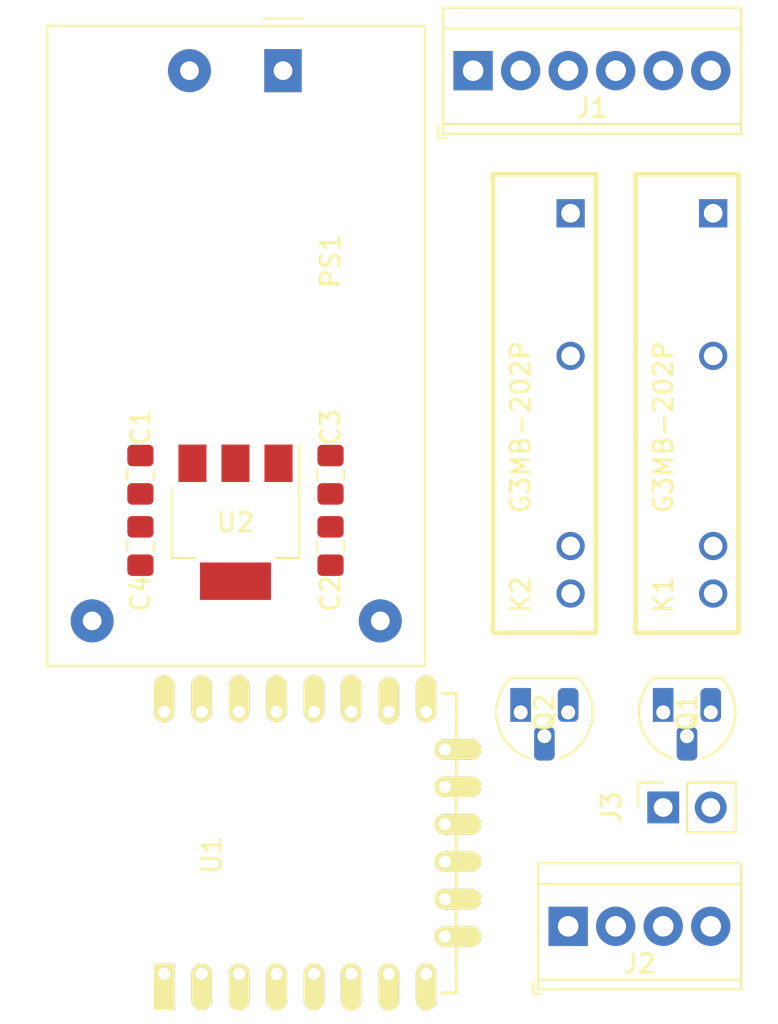
<source format=kicad_pcb>
(kicad_pcb (version 20171130) (host pcbnew "(5.1.4-0)")

  (general
    (thickness 1.6)
    (drawings 0)
    (tracks 0)
    (zones 0)
    (modules 14)
    (nets 14)
  )

  (page A4)
  (layers
    (0 F.Cu signal)
    (31 B.Cu signal)
    (32 B.Adhes user)
    (33 F.Adhes user)
    (34 B.Paste user)
    (35 F.Paste user)
    (36 B.SilkS user)
    (37 F.SilkS user)
    (38 B.Mask user)
    (39 F.Mask user)
    (40 Dwgs.User user)
    (41 Cmts.User user)
    (42 Eco1.User user)
    (43 Eco2.User user)
    (44 Edge.Cuts user)
    (45 Margin user)
    (46 B.CrtYd user)
    (47 F.CrtYd user)
    (48 B.Fab user)
    (49 F.Fab user)
  )

  (setup
    (last_trace_width 0.25)
    (trace_clearance 0.2)
    (zone_clearance 0.508)
    (zone_45_only no)
    (trace_min 0.2)
    (via_size 0.8)
    (via_drill 0.4)
    (via_min_size 0.4)
    (via_min_drill 0.3)
    (uvia_size 0.3)
    (uvia_drill 0.1)
    (uvias_allowed no)
    (uvia_min_size 0.2)
    (uvia_min_drill 0.1)
    (edge_width 0.05)
    (segment_width 0.2)
    (pcb_text_width 0.3)
    (pcb_text_size 1.5 1.5)
    (mod_edge_width 0.12)
    (mod_text_size 1 1)
    (mod_text_width 0.15)
    (pad_size 1.524 1.524)
    (pad_drill 0.762)
    (pad_to_mask_clearance 0.051)
    (solder_mask_min_width 0.25)
    (aux_axis_origin 0 0)
    (visible_elements FFFFFF7F)
    (pcbplotparams
      (layerselection 0x010fc_ffffffff)
      (usegerberextensions false)
      (usegerberattributes false)
      (usegerberadvancedattributes false)
      (creategerberjobfile false)
      (excludeedgelayer true)
      (linewidth 0.100000)
      (plotframeref false)
      (viasonmask false)
      (mode 1)
      (useauxorigin false)
      (hpglpennumber 1)
      (hpglpenspeed 20)
      (hpglpendiameter 15.000000)
      (psnegative false)
      (psa4output false)
      (plotreference true)
      (plotvalue true)
      (plotinvisibletext false)
      (padsonsilk false)
      (subtractmaskfromsilk false)
      (outputformat 1)
      (mirror false)
      (drillshape 1)
      (scaleselection 1)
      (outputdirectory ""))
  )

  (net 0 "")
  (net 1 "Net-(J1-Pad1)")
  (net 2 AC)
  (net 3 GNDREF)
  (net 4 "Net-(J1-Pad5)")
  (net 5 "Net-(J2-Pad1)")
  (net 6 GND)
  (net 7 "Net-(J2-Pad4)")
  (net 8 "Net-(K1-Pad4)")
  (net 9 +5V)
  (net 10 "Net-(K2-Pad4)")
  (net 11 "Net-(Q1-Pad2)")
  (net 12 "Net-(Q2-Pad2)")
  (net 13 +3.3V)

  (net_class Default "This is the default net class."
    (clearance 0.2)
    (trace_width 0.25)
    (via_dia 0.8)
    (via_drill 0.4)
    (uvia_dia 0.3)
    (uvia_drill 0.1)
    (add_net +3.3V)
    (add_net +5V)
    (add_net AC)
    (add_net GND)
    (add_net GNDREF)
    (add_net "Net-(J1-Pad1)")
    (add_net "Net-(J1-Pad5)")
    (add_net "Net-(J2-Pad1)")
    (add_net "Net-(J2-Pad4)")
    (add_net "Net-(K1-Pad4)")
    (add_net "Net-(K2-Pad4)")
    (add_net "Net-(Q1-Pad2)")
    (add_net "Net-(Q2-Pad2)")
  )

  (module TerminalBlock_TE-Connectivity:TerminalBlock_TE_282834-6_1x06_P2.54mm_Horizontal (layer F.Cu) (tedit 5B1EC513) (tstamp 5E29202A)
    (at 146.05 16.51)
    (descr "Terminal Block TE 282834-6, 6 pins, pitch 2.54mm, size 15.7x6.5mm^2, drill diamater 1.1mm, pad diameter 2.1mm, see http://www.te.com/commerce/DocumentDelivery/DDEController?Action=showdoc&DocId=Customer+Drawing%7F282834%7FC1%7Fpdf%7FEnglish%7FENG_CD_282834_C1.pdf, script-generated using https://github.com/pointhi/kicad-footprint-generator/scripts/TerminalBlock_TE-Connectivity")
    (tags "THT Terminal Block TE 282834-6 pitch 2.54mm size 15.7x6.5mm^2 drill 1.1mm pad 2.1mm")
    (path /5E28CA25)
    (fp_text reference J1 (at 6.35 2) (layer F.SilkS)
      (effects (font (size 1 1) (thickness 0.15)))
    )
    (fp_text value "230V Terminal" (at 6.35 4.37) (layer F.Fab)
      (effects (font (size 1 1) (thickness 0.15)))
    )
    (fp_circle (center 0 0) (end 1.1 0) (layer F.Fab) (width 0.1))
    (fp_circle (center 2.54 0) (end 3.64 0) (layer F.Fab) (width 0.1))
    (fp_circle (center 5.08 0) (end 6.18 0) (layer F.Fab) (width 0.1))
    (fp_circle (center 7.62 0) (end 8.72 0) (layer F.Fab) (width 0.1))
    (fp_circle (center 10.16 0) (end 11.26 0) (layer F.Fab) (width 0.1))
    (fp_circle (center 12.7 0) (end 13.8 0) (layer F.Fab) (width 0.1))
    (fp_line (start -1.5 -3.25) (end 14.2 -3.25) (layer F.Fab) (width 0.1))
    (fp_line (start 14.2 -3.25) (end 14.2 3.25) (layer F.Fab) (width 0.1))
    (fp_line (start 14.2 3.25) (end -1.1 3.25) (layer F.Fab) (width 0.1))
    (fp_line (start -1.1 3.25) (end -1.5 2.85) (layer F.Fab) (width 0.1))
    (fp_line (start -1.5 2.85) (end -1.5 -3.25) (layer F.Fab) (width 0.1))
    (fp_line (start -1.5 2.85) (end 14.2 2.85) (layer F.Fab) (width 0.1))
    (fp_line (start -1.62 2.85) (end 14.32 2.85) (layer F.SilkS) (width 0.12))
    (fp_line (start -1.5 -2.25) (end 14.2 -2.25) (layer F.Fab) (width 0.1))
    (fp_line (start -1.62 -2.25) (end 14.32 -2.25) (layer F.SilkS) (width 0.12))
    (fp_line (start -1.62 -3.37) (end 14.32 -3.37) (layer F.SilkS) (width 0.12))
    (fp_line (start -1.62 3.37) (end 14.32 3.37) (layer F.SilkS) (width 0.12))
    (fp_line (start -1.62 -3.37) (end -1.62 3.37) (layer F.SilkS) (width 0.12))
    (fp_line (start 14.32 -3.37) (end 14.32 3.37) (layer F.SilkS) (width 0.12))
    (fp_line (start 0.835 -0.7) (end -0.701 0.835) (layer F.Fab) (width 0.1))
    (fp_line (start 0.701 -0.835) (end -0.835 0.7) (layer F.Fab) (width 0.1))
    (fp_line (start 3.375 -0.7) (end 1.84 0.835) (layer F.Fab) (width 0.1))
    (fp_line (start 3.241 -0.835) (end 1.706 0.7) (layer F.Fab) (width 0.1))
    (fp_line (start 5.915 -0.7) (end 4.38 0.835) (layer F.Fab) (width 0.1))
    (fp_line (start 5.781 -0.835) (end 4.246 0.7) (layer F.Fab) (width 0.1))
    (fp_line (start 8.455 -0.7) (end 6.92 0.835) (layer F.Fab) (width 0.1))
    (fp_line (start 8.321 -0.835) (end 6.786 0.7) (layer F.Fab) (width 0.1))
    (fp_line (start 10.995 -0.7) (end 9.46 0.835) (layer F.Fab) (width 0.1))
    (fp_line (start 10.861 -0.835) (end 9.326 0.7) (layer F.Fab) (width 0.1))
    (fp_line (start 13.535 -0.7) (end 12 0.835) (layer F.Fab) (width 0.1))
    (fp_line (start 13.401 -0.835) (end 11.866 0.7) (layer F.Fab) (width 0.1))
    (fp_line (start -1.86 2.97) (end -1.86 3.61) (layer F.SilkS) (width 0.12))
    (fp_line (start -1.86 3.61) (end -1.46 3.61) (layer F.SilkS) (width 0.12))
    (fp_line (start -2 -3.75) (end -2 3.75) (layer F.CrtYd) (width 0.05))
    (fp_line (start -2 3.75) (end 14.7 3.75) (layer F.CrtYd) (width 0.05))
    (fp_line (start 14.7 3.75) (end 14.7 -3.75) (layer F.CrtYd) (width 0.05))
    (fp_line (start 14.7 -3.75) (end -2 -3.75) (layer F.CrtYd) (width 0.05))
    (fp_text user %R (at 6.35 2) (layer F.Fab)
      (effects (font (size 1 1) (thickness 0.15)))
    )
    (pad 1 thru_hole rect (at 0 0) (size 2.1 2.1) (drill 1.1) (layers *.Cu *.Mask)
      (net 1 "Net-(J1-Pad1)"))
    (pad 2 thru_hole circle (at 2.54 0) (size 2.1 2.1) (drill 1.1) (layers *.Cu *.Mask)
      (net 2 AC))
    (pad 3 thru_hole circle (at 5.08 0) (size 2.1 2.1) (drill 1.1) (layers *.Cu *.Mask)
      (net 3 GNDREF))
    (pad 4 thru_hole circle (at 7.62 0) (size 2.1 2.1) (drill 1.1) (layers *.Cu *.Mask)
      (net 2 AC))
    (pad 5 thru_hole circle (at 10.16 0) (size 2.1 2.1) (drill 1.1) (layers *.Cu *.Mask)
      (net 4 "Net-(J1-Pad5)"))
    (pad 6 thru_hole circle (at 12.7 0) (size 2.1 2.1) (drill 1.1) (layers *.Cu *.Mask)
      (net 2 AC))
    (model ${KISYS3DMOD}/TerminalBlock_TE-Connectivity.3dshapes/TerminalBlock_TE_282834-6_1x06_P2.54mm_Horizontal.wrl
      (at (xyz 0 0 0))
      (scale (xyz 1 1 1))
      (rotate (xyz 0 0 0))
    )
  )

  (module TerminalBlock_TE-Connectivity:TerminalBlock_TE_282834-4_1x04_P2.54mm_Horizontal (layer F.Cu) (tedit 5B1EC513) (tstamp 5E292052)
    (at 151.13 62.23)
    (descr "Terminal Block TE 282834-4, 4 pins, pitch 2.54mm, size 10.620000000000001x6.5mm^2, drill diamater 1.1mm, pad diameter 2.1mm, see http://www.te.com/commerce/DocumentDelivery/DDEController?Action=showdoc&DocId=Customer+Drawing%7F282834%7FC1%7Fpdf%7FEnglish%7FENG_CD_282834_C1.pdf, script-generated using https://github.com/pointhi/kicad-footprint-generator/scripts/TerminalBlock_TE-Connectivity")
    (tags "THT Terminal Block TE 282834-4 pitch 2.54mm size 10.620000000000001x6.5mm^2 drill 1.1mm pad 2.1mm")
    (path /5E2BD1B7)
    (fp_text reference J2 (at 3.81 2) (layer F.SilkS)
      (effects (font (size 1 1) (thickness 0.15)))
    )
    (fp_text value "Switch Terminal" (at 3.81 4.37) (layer F.Fab)
      (effects (font (size 1 1) (thickness 0.15)))
    )
    (fp_circle (center 0 0) (end 1.1 0) (layer F.Fab) (width 0.1))
    (fp_circle (center 2.54 0) (end 3.64 0) (layer F.Fab) (width 0.1))
    (fp_circle (center 5.08 0) (end 6.18 0) (layer F.Fab) (width 0.1))
    (fp_circle (center 7.62 0) (end 8.72 0) (layer F.Fab) (width 0.1))
    (fp_line (start -1.5 -3.25) (end 9.12 -3.25) (layer F.Fab) (width 0.1))
    (fp_line (start 9.12 -3.25) (end 9.12 3.25) (layer F.Fab) (width 0.1))
    (fp_line (start 9.12 3.25) (end -1.1 3.25) (layer F.Fab) (width 0.1))
    (fp_line (start -1.1 3.25) (end -1.5 2.85) (layer F.Fab) (width 0.1))
    (fp_line (start -1.5 2.85) (end -1.5 -3.25) (layer F.Fab) (width 0.1))
    (fp_line (start -1.5 2.85) (end 9.12 2.85) (layer F.Fab) (width 0.1))
    (fp_line (start -1.62 2.85) (end 9.241 2.85) (layer F.SilkS) (width 0.12))
    (fp_line (start -1.5 -2.25) (end 9.12 -2.25) (layer F.Fab) (width 0.1))
    (fp_line (start -1.62 -2.25) (end 9.241 -2.25) (layer F.SilkS) (width 0.12))
    (fp_line (start -1.62 -3.37) (end 9.241 -3.37) (layer F.SilkS) (width 0.12))
    (fp_line (start -1.62 3.37) (end 9.241 3.37) (layer F.SilkS) (width 0.12))
    (fp_line (start -1.62 -3.37) (end -1.62 3.37) (layer F.SilkS) (width 0.12))
    (fp_line (start 9.241 -3.37) (end 9.241 3.37) (layer F.SilkS) (width 0.12))
    (fp_line (start 0.835 -0.7) (end -0.701 0.835) (layer F.Fab) (width 0.1))
    (fp_line (start 0.701 -0.835) (end -0.835 0.7) (layer F.Fab) (width 0.1))
    (fp_line (start 3.375 -0.7) (end 1.84 0.835) (layer F.Fab) (width 0.1))
    (fp_line (start 3.241 -0.835) (end 1.706 0.7) (layer F.Fab) (width 0.1))
    (fp_line (start 5.915 -0.7) (end 4.38 0.835) (layer F.Fab) (width 0.1))
    (fp_line (start 5.781 -0.835) (end 4.246 0.7) (layer F.Fab) (width 0.1))
    (fp_line (start 8.455 -0.7) (end 6.92 0.835) (layer F.Fab) (width 0.1))
    (fp_line (start 8.321 -0.835) (end 6.786 0.7) (layer F.Fab) (width 0.1))
    (fp_line (start -1.86 2.97) (end -1.86 3.61) (layer F.SilkS) (width 0.12))
    (fp_line (start -1.86 3.61) (end -1.46 3.61) (layer F.SilkS) (width 0.12))
    (fp_line (start -2 -3.75) (end -2 3.75) (layer F.CrtYd) (width 0.05))
    (fp_line (start -2 3.75) (end 9.63 3.75) (layer F.CrtYd) (width 0.05))
    (fp_line (start 9.63 3.75) (end 9.63 -3.75) (layer F.CrtYd) (width 0.05))
    (fp_line (start 9.63 -3.75) (end -2 -3.75) (layer F.CrtYd) (width 0.05))
    (fp_text user %R (at 3.81 2) (layer F.Fab)
      (effects (font (size 1 1) (thickness 0.15)))
    )
    (pad 1 thru_hole rect (at 0 0) (size 2.1 2.1) (drill 1.1) (layers *.Cu *.Mask)
      (net 5 "Net-(J2-Pad1)"))
    (pad 2 thru_hole circle (at 2.54 0) (size 2.1 2.1) (drill 1.1) (layers *.Cu *.Mask)
      (net 6 GND))
    (pad 3 thru_hole circle (at 5.08 0) (size 2.1 2.1) (drill 1.1) (layers *.Cu *.Mask)
      (net 6 GND))
    (pad 4 thru_hole circle (at 7.62 0) (size 2.1 2.1) (drill 1.1) (layers *.Cu *.Mask)
      (net 7 "Net-(J2-Pad4)"))
    (model ${KISYS3DMOD}/TerminalBlock_TE-Connectivity.3dshapes/TerminalBlock_TE_282834-4_1x04_P2.54mm_Horizontal.wrl
      (at (xyz 0 0 0))
      (scale (xyz 1 1 1))
      (rotate (xyz 0 0 0))
    )
  )

  (module G3MB-202P:RELAY_G3MB-202P (layer F.Cu) (tedit 0) (tstamp 5E295AA1)
    (at 157.48 34.29 90)
    (path /5E27F507)
    (fp_text reference K1 (at -10.2192 -1.27 90) (layer F.SilkS)
      (effects (font (size 1.00091 1.00091) (thickness 0.15)))
    )
    (fp_text value G3MB-202P (at -1.27 -1.27 90) (layer F.SilkS)
      (effects (font (size 1.00069 1.00069) (thickness 0.15)))
    )
    (fp_line (start -12.25 2.75) (end 12.25 2.75) (layer F.SilkS) (width 0.254))
    (fp_line (start 12.25 2.75) (end 12.25 -2.75) (layer F.SilkS) (width 0.254))
    (fp_line (start 12.25 -2.75) (end -12.25 -2.75) (layer F.SilkS) (width 0.254))
    (fp_line (start -12.25 -2.75) (end -12.25 2.75) (layer F.SilkS) (width 0.254))
    (fp_line (start -12.75 -3.25) (end 12.75 -3.25) (layer Eco1.User) (width 0.127))
    (fp_line (start 12.75 -3.25) (end 12.75 3.25) (layer Eco1.User) (width 0.127))
    (fp_line (start 12.75 3.25) (end -12.75 3.25) (layer Eco1.User) (width 0.127))
    (fp_line (start -12.75 3.25) (end -12.75 -3.25) (layer Eco1.User) (width 0.127))
    (pad 4 thru_hole circle (at -10.16 1.4 90) (size 1.508 1.508) (drill 1) (layers *.Cu *.Mask)
      (net 8 "Net-(K1-Pad4)"))
    (pad 3 thru_hole circle (at -7.62 1.4 90) (size 1.508 1.508) (drill 1) (layers *.Cu *.Mask)
      (net 9 +5V))
    (pad 2 thru_hole circle (at 2.54 1.4 90) (size 1.508 1.508) (drill 1) (layers *.Cu *.Mask)
      (net 3 GNDREF))
    (pad 1 thru_hole rect (at 10.16 1.4 90) (size 1.508 1.508) (drill 1) (layers *.Cu *.Mask)
      (net 1 "Net-(J1-Pad1)"))
  )

  (module G3MB-202P:RELAY_G3MB-202P (layer F.Cu) (tedit 0) (tstamp 5E292072)
    (at 149.86 34.29 90)
    (path /5E2AE79F)
    (fp_text reference K2 (at -10.2192 -1.27 90) (layer F.SilkS)
      (effects (font (size 1.00091 1.00091) (thickness 0.15)))
    )
    (fp_text value G3MB-202P (at -1.27 -1.27 90) (layer F.SilkS)
      (effects (font (size 1.00069 1.00069) (thickness 0.15)))
    )
    (fp_line (start -12.75 3.25) (end -12.75 -3.25) (layer Eco1.User) (width 0.127))
    (fp_line (start 12.75 3.25) (end -12.75 3.25) (layer Eco1.User) (width 0.127))
    (fp_line (start 12.75 -3.25) (end 12.75 3.25) (layer Eco1.User) (width 0.127))
    (fp_line (start -12.75 -3.25) (end 12.75 -3.25) (layer Eco1.User) (width 0.127))
    (fp_line (start -12.25 -2.75) (end -12.25 2.75) (layer F.SilkS) (width 0.254))
    (fp_line (start 12.25 -2.75) (end -12.25 -2.75) (layer F.SilkS) (width 0.254))
    (fp_line (start 12.25 2.75) (end 12.25 -2.75) (layer F.SilkS) (width 0.254))
    (fp_line (start -12.25 2.75) (end 12.25 2.75) (layer F.SilkS) (width 0.254))
    (pad 1 thru_hole rect (at 10.16 1.4 90) (size 1.508 1.508) (drill 1) (layers *.Cu *.Mask)
      (net 4 "Net-(J1-Pad5)"))
    (pad 2 thru_hole circle (at 2.54 1.4 90) (size 1.508 1.508) (drill 1) (layers *.Cu *.Mask)
      (net 3 GNDREF))
    (pad 3 thru_hole circle (at -7.62 1.4 90) (size 1.508 1.508) (drill 1) (layers *.Cu *.Mask)
      (net 9 +5V))
    (pad 4 thru_hole circle (at -10.16 1.4 90) (size 1.508 1.508) (drill 1) (layers *.Cu *.Mask)
      (net 10 "Net-(K2-Pad4)"))
  )

  (module Converter_ACDC:Converter_ACDC_HiLink_HLK-PMxx (layer F.Cu) (tedit 5E2230A2) (tstamp 5E295473)
    (at 135.89 16.51 270)
    (descr "ACDC-Converter, 3W, HiLink, HLK-PMxx, THT, http://www.hlktech.net/product_detail.php?ProId=54")
    (tags "ACDC-Converter 3W THT HiLink board mount module")
    (path /5E28E4CF)
    (fp_text reference PS1 (at 10.16 -2.54 270) (layer F.SilkS)
      (effects (font (size 1 1) (thickness 0.15)))
    )
    (fp_text value HLK-PM01 (at 10.16 0 90) (layer F.Fab)
      (effects (font (size 1 1) (thickness 0.15)))
    )
    (fp_line (start -2.3 12.5) (end 31.7 12.5) (layer F.Fab) (width 0.1))
    (fp_line (start 31.7 12.5) (end 31.7 -7.5) (layer F.Fab) (width 0.1))
    (fp_line (start -2.3 12.5) (end -2.3 0.99) (layer F.Fab) (width 0.1))
    (fp_line (start -2.3 -7.5) (end 31.7 -7.5) (layer F.Fab) (width 0.1))
    (fp_text user %R (at 10.16 -2.54 90) (layer F.Fab)
      (effects (font (size 1 1) (thickness 0.15)))
    )
    (fp_line (start -1.29 0) (end -2.29 1) (layer F.Fab) (width 0.1))
    (fp_line (start -2.29 -1) (end -1.29 0) (layer F.Fab) (width 0.1))
    (fp_line (start -2.3 -1) (end -2.3 -7.5) (layer F.Fab) (width 0.1))
    (fp_line (start -2.55 12.75) (end 31.95 12.75) (layer F.CrtYd) (width 0.05))
    (fp_line (start 31.95 12.75) (end 31.95 -7.75) (layer F.CrtYd) (width 0.05))
    (fp_line (start 31.95 -7.75) (end -2.55 -7.75) (layer F.CrtYd) (width 0.05))
    (fp_line (start -2.55 -7.75) (end -2.55 12.75) (layer F.CrtYd) (width 0.05))
    (fp_line (start -2.4 -7.6) (end -2.4 12.6) (layer F.SilkS) (width 0.12))
    (fp_line (start -2.4 12.6) (end 31.8 12.6) (layer F.SilkS) (width 0.12))
    (fp_line (start 31.8 12.6) (end 31.8 -7.6) (layer F.SilkS) (width 0.12))
    (fp_line (start 31.8 -7.6) (end -2.4 -7.6) (layer F.SilkS) (width 0.12))
    (fp_line (start -2.79 -1) (end -2.79 1.01) (layer F.SilkS) (width 0.12))
    (pad 3 thru_hole circle (at 29.4 -5.2 270) (size 2.3 2.3) (drill 1) (layers *.Cu *.Mask)
      (net 6 GND))
    (pad 1 thru_hole rect (at 0 0 270) (size 2.3 2) (drill 1) (layers *.Cu *.Mask)
      (net 2 AC))
    (pad 2 thru_hole circle (at 0 5 270) (size 2.3 2.3) (drill 1) (layers *.Cu *.Mask)
      (net 3 GNDREF))
    (pad 4 thru_hole circle (at 29.4 10.2 270) (size 2.3 2.3) (drill 1) (layers *.Cu *.Mask)
      (net 9 +5V))
    (model ${KISYS3DMOD}/Converter_ACDC.3dshapes/Converter_ACDC_HiLink_HLK-PMxx.wrl
      (offset (xyz 14.7 -2.5 0))
      (scale (xyz 1 1 1))
      (rotate (xyz 0 0 0))
    )
  )

  (module ESP8266:ESP-12E (layer F.Cu) (tedit 58B47889) (tstamp 5E2952D4)
    (at 129.54 64.77 90)
    (descr "Module, ESP-8266, ESP-12, 16 pad, SMD")
    (tags "Module ESP-8266 ESP8266")
    (path /5E278A28)
    (fp_text reference U1 (at 6.35 2.54 90) (layer F.SilkS)
      (effects (font (size 1 1) (thickness 0.15)))
    )
    (fp_text value ESP-12E (at 6.35 6.35 90) (layer F.Fab) hide
      (effects (font (size 1 1) (thickness 0.15)))
    )
    (fp_line (start -2.25 -0.5) (end -2.25 -8.75) (layer F.CrtYd) (width 0.05))
    (fp_line (start -2.25 -8.75) (end 15.25 -8.75) (layer F.CrtYd) (width 0.05))
    (fp_line (start 15.25 -8.75) (end 16.25 -8.75) (layer F.CrtYd) (width 0.05))
    (fp_line (start 16.25 -8.75) (end 16.25 16) (layer F.CrtYd) (width 0.05))
    (fp_line (start 16.25 16) (end -2.25 16) (layer F.CrtYd) (width 0.05))
    (fp_line (start -2.25 16) (end -2.25 -0.5) (layer F.CrtYd) (width 0.05))
    (fp_line (start -1.016 -8.382) (end 14.986 -8.382) (layer F.CrtYd) (width 0.1524))
    (fp_line (start 14.986 -8.382) (end 14.986 -0.889) (layer F.CrtYd) (width 0.1524))
    (fp_line (start -1.016 -8.382) (end -1.016 -1.016) (layer F.CrtYd) (width 0.1524))
    (fp_line (start -1.016 14.859) (end -1.016 15.621) (layer F.SilkS) (width 0.1524))
    (fp_line (start -1.016 15.621) (end 14.986 15.621) (layer F.SilkS) (width 0.1524))
    (fp_line (start 14.986 15.621) (end 14.986 14.859) (layer F.SilkS) (width 0.1524))
    (fp_line (start 14.992 -8.4) (end -1.008 -2.6) (layer F.CrtYd) (width 0.1524))
    (fp_line (start -1.008 -8.4) (end 14.992 -2.6) (layer F.CrtYd) (width 0.1524))
    (fp_text user "No Copper" (at 6.892 -5.4 90) (layer F.CrtYd)
      (effects (font (size 1 1) (thickness 0.15)))
    )
    (fp_line (start -1.008 -2.6) (end 14.992 -2.6) (layer F.CrtYd) (width 0.1524))
    (fp_line (start 15 -8.4) (end 15 15.6) (layer F.Fab) (width 0.05))
    (fp_line (start 14.992 15.6) (end -1.008 15.6) (layer F.Fab) (width 0.05))
    (fp_line (start -1.008 15.6) (end -1.008 -8.4) (layer F.Fab) (width 0.05))
    (fp_line (start -1.008 -8.4) (end 14.992 -8.4) (layer F.Fab) (width 0.05))
    (pad 1 thru_hole rect (at 0 0 90) (size 2.5 1.1) (drill 0.65 (offset -0.7 0)) (layers *.Cu *.Mask F.SilkS))
    (pad 2 thru_hole oval (at 0 2 90) (size 2.5 1.1) (drill 0.65 (offset -0.7 0)) (layers *.Cu *.Mask F.SilkS))
    (pad 3 thru_hole oval (at 0 4 90) (size 2.5 1.1) (drill 0.65 (offset -0.7 0)) (layers *.Cu *.Mask F.SilkS))
    (pad 4 thru_hole oval (at 0 6 90) (size 2.5 1.1) (drill 0.65 (offset -0.7 0)) (layers *.Cu *.Mask F.SilkS))
    (pad 5 thru_hole oval (at 0 8 90) (size 2.5 1.1) (drill 0.65 (offset -0.7 0)) (layers *.Cu *.Mask F.SilkS))
    (pad 6 thru_hole oval (at 0 10 90) (size 2.5 1.1) (drill 0.65 (offset -0.7 0)) (layers *.Cu *.Mask F.SilkS)
      (net 7 "Net-(J2-Pad4)"))
    (pad 7 thru_hole oval (at 0 12 90) (size 2.5 1.1) (drill 0.65 (offset -0.7 0)) (layers *.Cu *.Mask F.SilkS)
      (net 5 "Net-(J2-Pad1)"))
    (pad 8 thru_hole oval (at 0 14 90) (size 2.5 1.1) (drill 0.65 (offset -0.7 0)) (layers *.Cu *.Mask F.SilkS)
      (net 13 +3.3V))
    (pad 9 thru_hole oval (at 14 14 90) (size 2.5 1.1) (drill 0.65 (offset 0.7 0)) (layers *.Cu *.Mask F.SilkS)
      (net 6 GND))
    (pad 10 thru_hole oval (at 14 12 90) (size 2.5 1.1) (drill 0.65 (offset 0.6 0)) (layers *.Cu *.Mask F.SilkS))
    (pad 11 thru_hole oval (at 14 10 90) (size 2.5 1.1) (drill 0.65 (offset 0.7 0)) (layers *.Cu *.Mask F.SilkS))
    (pad 12 thru_hole oval (at 14 8 90) (size 2.5 1.1) (drill 0.65 (offset 0.7 0)) (layers *.Cu *.Mask F.SilkS))
    (pad 13 thru_hole oval (at 14 6 90) (size 2.5 1.1) (drill 0.65 (offset 0.7 0)) (layers *.Cu *.Mask F.SilkS)
      (net 12 "Net-(Q2-Pad2)"))
    (pad 14 thru_hole oval (at 14 4 90) (size 2.5 1.1) (drill 0.65 (offset 0.7 0)) (layers *.Cu *.Mask F.SilkS)
      (net 11 "Net-(Q1-Pad2)"))
    (pad 15 thru_hole oval (at 14 2 90) (size 2.5 1.1) (drill 0.65 (offset 0.7 0)) (layers *.Cu *.Mask F.SilkS))
    (pad 16 thru_hole oval (at 14 0 90) (size 2.5 1.1) (drill 0.65 (offset 0.7 0)) (layers *.Cu *.Mask F.SilkS))
    (pad 17 thru_hole oval (at 1.99 15 180) (size 2.5 1.1) (drill 0.65 (offset -0.7 0)) (layers *.Cu *.Mask F.SilkS))
    (pad 18 thru_hole oval (at 3.99 15 180) (size 2.5 1.1) (drill 0.65 (offset -0.7 0)) (layers *.Cu *.Mask F.SilkS))
    (pad 19 thru_hole oval (at 5.99 15 180) (size 2.5 1.1) (drill 0.65 (offset -0.7 0)) (layers *.Cu *.Mask F.SilkS))
    (pad 20 thru_hole oval (at 7.99 15 180) (size 2.5 1.1) (drill 0.65 (offset -0.7 0)) (layers *.Cu *.Mask F.SilkS))
    (pad 21 thru_hole oval (at 9.99 15 180) (size 2.5 1.1) (drill 0.65 (offset -0.7 0)) (layers *.Cu *.Mask F.SilkS))
    (pad 22 thru_hole oval (at 11.99 15 180) (size 2.5 1.1) (drill 0.65 (offset -0.7 0)) (layers *.Cu *.Mask F.SilkS))
    (model ${ESPLIB}/ESP8266.3dshapes/ESP-12E.wrl
      (at (xyz 0 0 0))
      (scale (xyz 0.3937 0.3937 0.3937))
      (rotate (xyz 0 0 0))
    )
  )

  (module Package_TO_SOT_SMD:SOT-223-3_TabPin2 (layer F.Cu) (tedit 5A02FF57) (tstamp 5E2954B8)
    (at 133.35 40.64 270)
    (descr "module CMS SOT223 4 pins")
    (tags "CMS SOT")
    (path /5E27B7A0)
    (attr smd)
    (fp_text reference U2 (at 0 0 180) (layer F.SilkS)
      (effects (font (size 1 1) (thickness 0.15)))
    )
    (fp_text value AMS1117-3.3 (at 5.49 0 180) (layer F.Fab)
      (effects (font (size 1 1) (thickness 0.15)))
    )
    (fp_text user %R (at 0 0) (layer F.Fab)
      (effects (font (size 0.8 0.8) (thickness 0.12)))
    )
    (fp_line (start 1.91 3.41) (end 1.91 2.15) (layer F.SilkS) (width 0.12))
    (fp_line (start 1.91 -3.41) (end 1.91 -2.15) (layer F.SilkS) (width 0.12))
    (fp_line (start 4.4 -3.6) (end -4.4 -3.6) (layer F.CrtYd) (width 0.05))
    (fp_line (start 4.4 3.6) (end 4.4 -3.6) (layer F.CrtYd) (width 0.05))
    (fp_line (start -4.4 3.6) (end 4.4 3.6) (layer F.CrtYd) (width 0.05))
    (fp_line (start -4.4 -3.6) (end -4.4 3.6) (layer F.CrtYd) (width 0.05))
    (fp_line (start -1.85 -2.35) (end -0.85 -3.35) (layer F.Fab) (width 0.1))
    (fp_line (start -1.85 -2.35) (end -1.85 3.35) (layer F.Fab) (width 0.1))
    (fp_line (start -1.85 3.41) (end 1.91 3.41) (layer F.SilkS) (width 0.12))
    (fp_line (start -0.85 -3.35) (end 1.85 -3.35) (layer F.Fab) (width 0.1))
    (fp_line (start -4.1 -3.41) (end 1.91 -3.41) (layer F.SilkS) (width 0.12))
    (fp_line (start -1.85 3.35) (end 1.85 3.35) (layer F.Fab) (width 0.1))
    (fp_line (start 1.85 -3.35) (end 1.85 3.35) (layer F.Fab) (width 0.1))
    (pad 2 smd rect (at 3.15 0 270) (size 2 3.8) (layers F.Cu F.Paste F.Mask)
      (net 13 +3.3V))
    (pad 2 smd rect (at -3.15 0 270) (size 2 1.5) (layers F.Cu F.Paste F.Mask)
      (net 13 +3.3V))
    (pad 3 smd rect (at -3.15 2.3 270) (size 2 1.5) (layers F.Cu F.Paste F.Mask)
      (net 9 +5V))
    (pad 1 smd rect (at -3.15 -2.3 270) (size 2 1.5) (layers F.Cu F.Paste F.Mask)
      (net 6 GND))
    (model ${KISYS3DMOD}/Package_TO_SOT_SMD.3dshapes/SOT-223.wrl
      (at (xyz 0 0 0))
      (scale (xyz 1 1 1))
      (rotate (xyz 0 0 0))
    )
  )

  (module Package_TO_SOT_THT:TO-92_HandSolder (layer F.Cu) (tedit 5E28BBBF) (tstamp 5E293463)
    (at 158.75 50.8 180)
    (descr "TO-92 leads molded, narrow, drill 0.75mm, handsoldering variant with enlarged pads (see NXP sot054_po.pdf)")
    (tags "to-92 sc-43 sc-43a sot54 PA33 transistor")
    (path /5E27E7D6)
    (fp_text reference Q1 (at 1.27 0 270) (layer F.SilkS)
      (effects (font (size 1 1) (thickness 0.15)))
    )
    (fp_text value BC547 (at -2.54 0 270) (layer F.Fab) hide
      (effects (font (size 1 1) (thickness 0.15)))
    )
    (fp_text user %R (at 1.27 0 270) (layer F.Fab)
      (effects (font (size 1 1) (thickness 0.15)))
    )
    (fp_line (start -0.53 1.85) (end 3.07 1.85) (layer F.SilkS) (width 0.12))
    (fp_line (start -0.5 1.75) (end 3 1.75) (layer F.Fab) (width 0.1))
    (fp_line (start -1.46 -3.05) (end 4 -3.05) (layer F.CrtYd) (width 0.05))
    (fp_line (start -1.45 -3.05) (end -1.46 2.01) (layer F.CrtYd) (width 0.05))
    (fp_line (start 4 2.01) (end 4 -3.05) (layer F.CrtYd) (width 0.05))
    (fp_line (start 4 2.01) (end -1.46 2.01) (layer F.CrtYd) (width 0.05))
    (fp_arc (start 1.27 0) (end 1.27 -2.48) (angle 135) (layer F.Fab) (width 0.1))
    (fp_arc (start 1.27 0) (end 0.45 -2.45) (angle -116.9632683) (layer F.SilkS) (width 0.12))
    (fp_arc (start 1.27 0) (end 1.27 -2.48) (angle -135) (layer F.Fab) (width 0.1))
    (fp_arc (start 1.27 0) (end 2.05 -2.45) (angle 117.6433766) (layer F.SilkS) (width 0.12))
    (pad 2 thru_hole roundrect (at 1.27 -1.27 180) (size 1.1 1.8) (drill 0.75 (offset 0 -0.4)) (layers *.Cu *.Mask) (roundrect_rratio 0.25)
      (net 11 "Net-(Q1-Pad2)"))
    (pad 3 thru_hole roundrect (at 0 0 180) (size 1.1 1.8) (drill 0.75 (offset 0 0.4)) (layers *.Cu *.Mask) (roundrect_rratio 0.25)
      (net 6 GND))
    (pad 1 thru_hole rect (at 2.54 0 180) (size 1.1 1.8) (drill 0.75 (offset 0 0.4)) (layers *.Cu *.Mask)
      (net 8 "Net-(K1-Pad4)"))
    (model ${KISYS3DMOD}/Package_TO_SOT_THT.3dshapes/TO-92.wrl
      (at (xyz 0 0 0))
      (scale (xyz 1 1 1))
      (rotate (xyz 0 0 0))
    )
  )

  (module Package_TO_SOT_THT:TO-92_HandSolder (layer F.Cu) (tedit 5E28BBBF) (tstamp 5E293475)
    (at 151.13 50.8 180)
    (descr "TO-92 leads molded, narrow, drill 0.75mm, handsoldering variant with enlarged pads (see NXP sot054_po.pdf)")
    (tags "to-92 sc-43 sc-43a sot54 PA33 transistor")
    (path /5E2AE795)
    (fp_text reference Q2 (at 1.27 0 270) (layer F.SilkS)
      (effects (font (size 1 1) (thickness 0.15)))
    )
    (fp_text value BC547 (at -2.54 0 270) (layer F.Fab) hide
      (effects (font (size 1 1) (thickness 0.15)))
    )
    (fp_arc (start 1.27 0) (end 2.05 -2.45) (angle 117.6433766) (layer F.SilkS) (width 0.12))
    (fp_arc (start 1.27 0) (end 1.27 -2.48) (angle -135) (layer F.Fab) (width 0.1))
    (fp_arc (start 1.27 0) (end 0.45 -2.45) (angle -116.9632683) (layer F.SilkS) (width 0.12))
    (fp_arc (start 1.27 0) (end 1.27 -2.48) (angle 135) (layer F.Fab) (width 0.1))
    (fp_line (start 4 2.01) (end -1.46 2.01) (layer F.CrtYd) (width 0.05))
    (fp_line (start 4 2.01) (end 4 -3.05) (layer F.CrtYd) (width 0.05))
    (fp_line (start -1.45 -3.05) (end -1.46 2.01) (layer F.CrtYd) (width 0.05))
    (fp_line (start -1.46 -3.05) (end 4 -3.05) (layer F.CrtYd) (width 0.05))
    (fp_line (start -0.5 1.75) (end 3 1.75) (layer F.Fab) (width 0.1))
    (fp_line (start -0.53 1.85) (end 3.07 1.85) (layer F.SilkS) (width 0.12))
    (fp_text user %R (at 1.27 0 270) (layer F.Fab)
      (effects (font (size 1 1) (thickness 0.15)))
    )
    (pad 1 thru_hole rect (at 2.54 0 180) (size 1.1 1.8) (drill 0.75 (offset 0 0.4)) (layers *.Cu *.Mask)
      (net 10 "Net-(K2-Pad4)"))
    (pad 3 thru_hole roundrect (at 0 0 180) (size 1.1 1.8) (drill 0.75 (offset 0 0.4)) (layers *.Cu *.Mask) (roundrect_rratio 0.25)
      (net 6 GND))
    (pad 2 thru_hole roundrect (at 1.27 -1.27 180) (size 1.1 1.8) (drill 0.75 (offset 0 -0.4)) (layers *.Cu *.Mask) (roundrect_rratio 0.25)
      (net 12 "Net-(Q2-Pad2)"))
    (model ${KISYS3DMOD}/Package_TO_SOT_THT.3dshapes/TO-92.wrl
      (at (xyz 0 0 0))
      (scale (xyz 1 1 1))
      (rotate (xyz 0 0 0))
    )
  )

  (module Capacitor_SMD:C_0805_2012Metric_Pad1.15x1.40mm_HandSolder (layer F.Cu) (tedit 5B36C52B) (tstamp 5E29540B)
    (at 128.27 38.1 270)
    (descr "Capacitor SMD 0805 (2012 Metric), square (rectangular) end terminal, IPC_7351 nominal with elongated pad for handsoldering. (Body size source: https://docs.google.com/spreadsheets/d/1BsfQQcO9C6DZCsRaXUlFlo91Tg2WpOkGARC1WS5S8t0/edit?usp=sharing), generated with kicad-footprint-generator")
    (tags "capacitor handsolder")
    (path /5E2C885E)
    (attr smd)
    (fp_text reference C1 (at -2.54 0 90) (layer F.SilkS)
      (effects (font (size 1 1) (thickness 0.15)))
    )
    (fp_text value 1uF (at 0 1.65 90) (layer F.Fab)
      (effects (font (size 1 1) (thickness 0.15)))
    )
    (fp_line (start -1 0.6) (end -1 -0.6) (layer F.Fab) (width 0.1))
    (fp_line (start -1 -0.6) (end 1 -0.6) (layer F.Fab) (width 0.1))
    (fp_line (start 1 -0.6) (end 1 0.6) (layer F.Fab) (width 0.1))
    (fp_line (start 1 0.6) (end -1 0.6) (layer F.Fab) (width 0.1))
    (fp_line (start -0.261252 -0.71) (end 0.261252 -0.71) (layer F.SilkS) (width 0.12))
    (fp_line (start -0.261252 0.71) (end 0.261252 0.71) (layer F.SilkS) (width 0.12))
    (fp_line (start -1.85 0.95) (end -1.85 -0.95) (layer F.CrtYd) (width 0.05))
    (fp_line (start -1.85 -0.95) (end 1.85 -0.95) (layer F.CrtYd) (width 0.05))
    (fp_line (start 1.85 -0.95) (end 1.85 0.95) (layer F.CrtYd) (width 0.05))
    (fp_line (start 1.85 0.95) (end -1.85 0.95) (layer F.CrtYd) (width 0.05))
    (fp_text user %R (at 0 0 90) (layer F.Fab)
      (effects (font (size 0.5 0.5) (thickness 0.08)))
    )
    (pad 1 smd roundrect (at -1.025 0 270) (size 1.15 1.4) (layers F.Cu F.Paste F.Mask) (roundrect_rratio 0.217391)
      (net 9 +5V))
    (pad 2 smd roundrect (at 1.025 0 270) (size 1.15 1.4) (layers F.Cu F.Paste F.Mask) (roundrect_rratio 0.217391)
      (net 6 GND))
    (model ${KISYS3DMOD}/Capacitor_SMD.3dshapes/C_0805_2012Metric.wrl
      (at (xyz 0 0 0))
      (scale (xyz 1 1 1))
      (rotate (xyz 0 0 0))
    )
  )

  (module Capacitor_SMD:C_0805_2012Metric_Pad1.15x1.40mm_HandSolder (layer F.Cu) (tedit 5B36C52B) (tstamp 5E2953DB)
    (at 138.43 41.91 90)
    (descr "Capacitor SMD 0805 (2012 Metric), square (rectangular) end terminal, IPC_7351 nominal with elongated pad for handsoldering. (Body size source: https://docs.google.com/spreadsheets/d/1BsfQQcO9C6DZCsRaXUlFlo91Tg2WpOkGARC1WS5S8t0/edit?usp=sharing), generated with kicad-footprint-generator")
    (tags "capacitor handsolder")
    (path /5E2C9EE9)
    (attr smd)
    (fp_text reference C2 (at -2.54 0 90) (layer F.SilkS)
      (effects (font (size 1 1) (thickness 0.15)))
    )
    (fp_text value 4.7uF (at 0 1.65 90) (layer F.Fab)
      (effects (font (size 1 1) (thickness 0.15)))
    )
    (fp_line (start -1 0.6) (end -1 -0.6) (layer F.Fab) (width 0.1))
    (fp_line (start -1 -0.6) (end 1 -0.6) (layer F.Fab) (width 0.1))
    (fp_line (start 1 -0.6) (end 1 0.6) (layer F.Fab) (width 0.1))
    (fp_line (start 1 0.6) (end -1 0.6) (layer F.Fab) (width 0.1))
    (fp_line (start -0.261252 -0.71) (end 0.261252 -0.71) (layer F.SilkS) (width 0.12))
    (fp_line (start -0.261252 0.71) (end 0.261252 0.71) (layer F.SilkS) (width 0.12))
    (fp_line (start -1.85 0.95) (end -1.85 -0.95) (layer F.CrtYd) (width 0.05))
    (fp_line (start -1.85 -0.95) (end 1.85 -0.95) (layer F.CrtYd) (width 0.05))
    (fp_line (start 1.85 -0.95) (end 1.85 0.95) (layer F.CrtYd) (width 0.05))
    (fp_line (start 1.85 0.95) (end -1.85 0.95) (layer F.CrtYd) (width 0.05))
    (fp_text user %R (at 0 0 90) (layer F.Fab)
      (effects (font (size 0.5 0.5) (thickness 0.08)))
    )
    (pad 1 smd roundrect (at -1.025 0 90) (size 1.15 1.4) (layers F.Cu F.Paste F.Mask) (roundrect_rratio 0.217391)
      (net 13 +3.3V))
    (pad 2 smd roundrect (at 1.025 0 90) (size 1.15 1.4) (layers F.Cu F.Paste F.Mask) (roundrect_rratio 0.217391)
      (net 6 GND))
    (model ${KISYS3DMOD}/Capacitor_SMD.3dshapes/C_0805_2012Metric.wrl
      (at (xyz 0 0 0))
      (scale (xyz 1 1 1))
      (rotate (xyz 0 0 0))
    )
  )

  (module Capacitor_SMD:C_0805_2012Metric_Pad1.15x1.40mm_HandSolder (layer F.Cu) (tedit 5B36C52B) (tstamp 5E2954F2)
    (at 138.43 38.1 270)
    (descr "Capacitor SMD 0805 (2012 Metric), square (rectangular) end terminal, IPC_7351 nominal with elongated pad for handsoldering. (Body size source: https://docs.google.com/spreadsheets/d/1BsfQQcO9C6DZCsRaXUlFlo91Tg2WpOkGARC1WS5S8t0/edit?usp=sharing), generated with kicad-footprint-generator")
    (tags "capacitor handsolder")
    (path /5E2CA7D4)
    (attr smd)
    (fp_text reference C3 (at -2.54 0 90) (layer F.SilkS)
      (effects (font (size 1 1) (thickness 0.15)))
    )
    (fp_text value 1uF (at 0 -1.65 90) (layer F.Fab)
      (effects (font (size 1 1) (thickness 0.15)))
    )
    (fp_text user %R (at 0 0 90) (layer F.Fab)
      (effects (font (size 0.5 0.5) (thickness 0.08)))
    )
    (fp_line (start 1.85 0.95) (end -1.85 0.95) (layer F.CrtYd) (width 0.05))
    (fp_line (start 1.85 -0.95) (end 1.85 0.95) (layer F.CrtYd) (width 0.05))
    (fp_line (start -1.85 -0.95) (end 1.85 -0.95) (layer F.CrtYd) (width 0.05))
    (fp_line (start -1.85 0.95) (end -1.85 -0.95) (layer F.CrtYd) (width 0.05))
    (fp_line (start -0.261252 0.71) (end 0.261252 0.71) (layer F.SilkS) (width 0.12))
    (fp_line (start -0.261252 -0.71) (end 0.261252 -0.71) (layer F.SilkS) (width 0.12))
    (fp_line (start 1 0.6) (end -1 0.6) (layer F.Fab) (width 0.1))
    (fp_line (start 1 -0.6) (end 1 0.6) (layer F.Fab) (width 0.1))
    (fp_line (start -1 -0.6) (end 1 -0.6) (layer F.Fab) (width 0.1))
    (fp_line (start -1 0.6) (end -1 -0.6) (layer F.Fab) (width 0.1))
    (pad 2 smd roundrect (at 1.025 0 270) (size 1.15 1.4) (layers F.Cu F.Paste F.Mask) (roundrect_rratio 0.217391)
      (net 6 GND))
    (pad 1 smd roundrect (at -1.025 0 270) (size 1.15 1.4) (layers F.Cu F.Paste F.Mask) (roundrect_rratio 0.217391)
      (net 13 +3.3V))
    (model ${KISYS3DMOD}/Capacitor_SMD.3dshapes/C_0805_2012Metric.wrl
      (at (xyz 0 0 0))
      (scale (xyz 1 1 1))
      (rotate (xyz 0 0 0))
    )
  )

  (module Capacitor_SMD:C_0805_2012Metric_Pad1.15x1.40mm_HandSolder (layer F.Cu) (tedit 5B36C52B) (tstamp 5E29543B)
    (at 128.27 41.91 90)
    (descr "Capacitor SMD 0805 (2012 Metric), square (rectangular) end terminal, IPC_7351 nominal with elongated pad for handsoldering. (Body size source: https://docs.google.com/spreadsheets/d/1BsfQQcO9C6DZCsRaXUlFlo91Tg2WpOkGARC1WS5S8t0/edit?usp=sharing), generated with kicad-footprint-generator")
    (tags "capacitor handsolder")
    (path /5E2C9B4B)
    (attr smd)
    (fp_text reference C4 (at -2.54 0 90) (layer F.SilkS)
      (effects (font (size 1 1) (thickness 0.15)))
    )
    (fp_text value 4.7uF (at 0 -1.65 90) (layer F.Fab)
      (effects (font (size 1 1) (thickness 0.15)))
    )
    (fp_text user %R (at 0 0 90) (layer F.Fab)
      (effects (font (size 0.5 0.5) (thickness 0.08)))
    )
    (fp_line (start 1.85 0.95) (end -1.85 0.95) (layer F.CrtYd) (width 0.05))
    (fp_line (start 1.85 -0.95) (end 1.85 0.95) (layer F.CrtYd) (width 0.05))
    (fp_line (start -1.85 -0.95) (end 1.85 -0.95) (layer F.CrtYd) (width 0.05))
    (fp_line (start -1.85 0.95) (end -1.85 -0.95) (layer F.CrtYd) (width 0.05))
    (fp_line (start -0.261252 0.71) (end 0.261252 0.71) (layer F.SilkS) (width 0.12))
    (fp_line (start -0.261252 -0.71) (end 0.261252 -0.71) (layer F.SilkS) (width 0.12))
    (fp_line (start 1 0.6) (end -1 0.6) (layer F.Fab) (width 0.1))
    (fp_line (start 1 -0.6) (end 1 0.6) (layer F.Fab) (width 0.1))
    (fp_line (start -1 -0.6) (end 1 -0.6) (layer F.Fab) (width 0.1))
    (fp_line (start -1 0.6) (end -1 -0.6) (layer F.Fab) (width 0.1))
    (pad 2 smd roundrect (at 1.025 0 90) (size 1.15 1.4) (layers F.Cu F.Paste F.Mask) (roundrect_rratio 0.217391)
      (net 6 GND))
    (pad 1 smd roundrect (at -1.025 0 90) (size 1.15 1.4) (layers F.Cu F.Paste F.Mask) (roundrect_rratio 0.217391)
      (net 9 +5V))
    (model ${KISYS3DMOD}/Capacitor_SMD.3dshapes/C_0805_2012Metric.wrl
      (at (xyz 0 0 0))
      (scale (xyz 1 1 1))
      (rotate (xyz 0 0 0))
    )
  )

  (module Connector_PinSocket_2.54mm:PinSocket_1x02_P2.54mm_Vertical (layer F.Cu) (tedit 5A19A420) (tstamp 5E2958A2)
    (at 156.21 55.88 90)
    (descr "Through hole straight socket strip, 1x02, 2.54mm pitch, single row (from Kicad 4.0.7), script generated")
    (tags "Through hole socket strip THT 1x02 2.54mm single row")
    (path /5E30DECD)
    (fp_text reference J3 (at 0 -2.77 90) (layer F.SilkS)
      (effects (font (size 1 1) (thickness 0.15)))
    )
    (fp_text value "5V AUX" (at 0 5.31 90) (layer F.Fab)
      (effects (font (size 1 1) (thickness 0.15)))
    )
    (fp_line (start -1.27 -1.27) (end 0.635 -1.27) (layer F.Fab) (width 0.1))
    (fp_line (start 0.635 -1.27) (end 1.27 -0.635) (layer F.Fab) (width 0.1))
    (fp_line (start 1.27 -0.635) (end 1.27 3.81) (layer F.Fab) (width 0.1))
    (fp_line (start 1.27 3.81) (end -1.27 3.81) (layer F.Fab) (width 0.1))
    (fp_line (start -1.27 3.81) (end -1.27 -1.27) (layer F.Fab) (width 0.1))
    (fp_line (start -1.33 1.27) (end 1.33 1.27) (layer F.SilkS) (width 0.12))
    (fp_line (start -1.33 1.27) (end -1.33 3.87) (layer F.SilkS) (width 0.12))
    (fp_line (start -1.33 3.87) (end 1.33 3.87) (layer F.SilkS) (width 0.12))
    (fp_line (start 1.33 1.27) (end 1.33 3.87) (layer F.SilkS) (width 0.12))
    (fp_line (start 1.33 -1.33) (end 1.33 0) (layer F.SilkS) (width 0.12))
    (fp_line (start 0 -1.33) (end 1.33 -1.33) (layer F.SilkS) (width 0.12))
    (fp_line (start -1.8 -1.8) (end 1.75 -1.8) (layer F.CrtYd) (width 0.05))
    (fp_line (start 1.75 -1.8) (end 1.75 4.3) (layer F.CrtYd) (width 0.05))
    (fp_line (start 1.75 4.3) (end -1.8 4.3) (layer F.CrtYd) (width 0.05))
    (fp_line (start -1.8 4.3) (end -1.8 -1.8) (layer F.CrtYd) (width 0.05))
    (fp_text user %R (at 0 1.27) (layer F.Fab)
      (effects (font (size 1 1) (thickness 0.15)))
    )
    (pad 1 thru_hole rect (at 0 0 90) (size 1.7 1.7) (drill 1) (layers *.Cu *.Mask)
      (net 6 GND))
    (pad 2 thru_hole oval (at 0 2.54 90) (size 1.7 1.7) (drill 1) (layers *.Cu *.Mask)
      (net 9 +5V))
    (model ${KISYS3DMOD}/Connector_PinSocket_2.54mm.3dshapes/PinSocket_1x02_P2.54mm_Vertical.wrl
      (at (xyz 0 0 0))
      (scale (xyz 1 1 1))
      (rotate (xyz 0 0 0))
    )
  )

)

</source>
